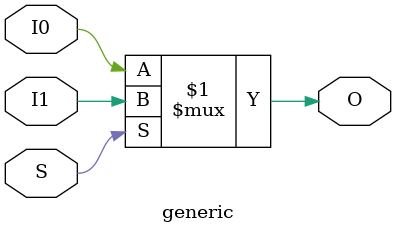
<source format=v>
module generic (output O, input I0, input I1, input S);
	assign O = (S)? I1 : I0;
endmodule


</source>
